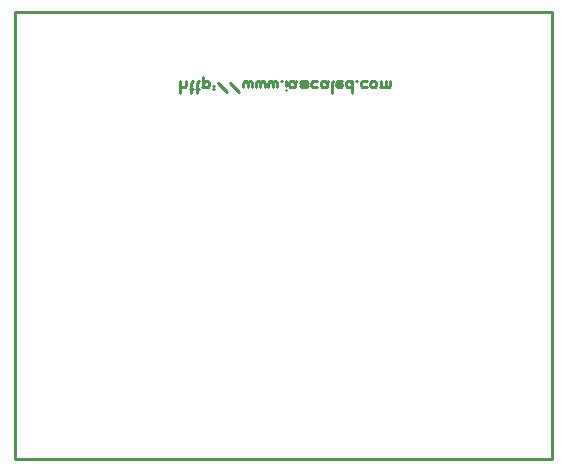
<source format=gbr>
G04 start of page 10 for group -4078 idx -4078 *
G04 Title: (unknown), bottomsilk *
G04 Creator: pcb 20140316 *
G04 CreationDate: Thu 21 Jan 2016 04:01:36 PM GMT UTC *
G04 For: ndholmes *
G04 Format: Gerber/RS-274X *
G04 PCB-Dimensions (mil): 1800.00 1500.00 *
G04 PCB-Coordinate-Origin: lower left *
%MOIN*%
%FSLAX25Y25*%
%LNBOTTOMSILK*%
%ADD89C,0.0100*%
G54D89*X500Y500D02*X179500D01*
Y149500D01*
X500D01*
Y500D01*
X55500Y122500D02*Y126500D01*
Y125000D02*X56000Y124500D01*
X57000D01*
X57500Y125000D01*
Y126500D01*
X59200Y122500D02*Y126000D01*
X59700Y126500D01*
X58700Y124000D02*X59700D01*
X61200Y122500D02*Y126000D01*
X61700Y126500D01*
X60700Y124000D02*X61700D01*
X63200Y125000D02*Y128000D01*
X62700Y124500D02*X63200Y125000D01*
X63700Y124500D01*
X64700D01*
X65200Y125000D01*
Y126000D01*
X64700Y126500D02*X65200Y126000D01*
X63700Y126500D02*X64700D01*
X63200Y126000D02*X63700Y126500D01*
X66400Y124000D02*X66900D01*
X66400Y125000D02*X66900D01*
X68100Y126000D02*X71100Y123000D01*
X72300Y126000D02*X75300Y123000D01*
X76500Y124500D02*Y126000D01*
X77000Y126500D01*
X77500D01*
X78000Y126000D01*
Y124500D02*Y126000D01*
X78500Y126500D01*
X79000D01*
X79500Y126000D01*
Y124500D02*Y126000D01*
X80700Y124500D02*Y126000D01*
X81200Y126500D01*
X81700D01*
X82200Y126000D01*
Y124500D02*Y126000D01*
X82700Y126500D01*
X83200D01*
X83700Y126000D01*
Y124500D02*Y126000D01*
X84900Y124500D02*Y126000D01*
X85400Y126500D01*
X85900D01*
X86400Y126000D01*
Y124500D02*Y126000D01*
X86900Y126500D01*
X87400D01*
X87900Y126000D01*
Y124500D02*Y126000D01*
X89100Y126500D02*X89600D01*
X90800Y123500D02*Y123600D01*
Y125000D02*Y126500D01*
X93300Y124500D02*X93800Y125000D01*
X92300Y124500D02*X93300D01*
X91800Y125000D02*X92300Y124500D01*
X91800Y125000D02*Y126000D01*
X92300Y126500D01*
X93800Y124500D02*Y126000D01*
X94300Y126500D01*
X92300D02*X93300D01*
X93800Y126000D01*
X96000Y126500D02*X97500D01*
X98000Y126000D01*
X97500Y125500D02*X98000Y126000D01*
X96000Y125500D02*X97500D01*
X95500Y125000D02*X96000Y125500D01*
X95500Y125000D02*X96000Y124500D01*
X97500D01*
X98000Y125000D01*
X95500Y126000D02*X96000Y126500D01*
X99700Y124500D02*X101200D01*
X99200Y125000D02*X99700Y124500D01*
X99200Y125000D02*Y126000D01*
X99700Y126500D01*
X101200D01*
X103900Y124500D02*X104400Y125000D01*
X102900Y124500D02*X103900D01*
X102400Y125000D02*X102900Y124500D01*
X102400Y125000D02*Y126000D01*
X102900Y126500D01*
X104400Y124500D02*Y126000D01*
X104900Y126500D01*
X102900D02*X103900D01*
X104400Y126000D01*
X106100Y122500D02*Y126000D01*
X106600Y126500D01*
X108100D02*X109600D01*
X107600Y126000D02*X108100Y126500D01*
X107600Y125000D02*Y126000D01*
Y125000D02*X108100Y124500D01*
X109100D01*
X109600Y125000D01*
X107600Y125500D02*X109600D01*
Y125000D02*Y125500D01*
X112800Y122500D02*Y126500D01*
X112300D02*X112800Y126000D01*
X111300Y126500D02*X112300D01*
X110800Y126000D02*X111300Y126500D01*
X110800Y125000D02*Y126000D01*
Y125000D02*X111300Y124500D01*
X112300D01*
X112800Y125000D01*
X114000Y126500D02*X114500D01*
X116200Y124500D02*X117700D01*
X115700Y125000D02*X116200Y124500D01*
X115700Y125000D02*Y126000D01*
X116200Y126500D01*
X117700D01*
X118900Y125000D02*Y126000D01*
Y125000D02*X119400Y124500D01*
X120400D01*
X120900Y125000D01*
Y126000D01*
X120400Y126500D02*X120900Y126000D01*
X119400Y126500D02*X120400D01*
X118900Y126000D02*X119400Y126500D01*
X122600Y125000D02*Y126500D01*
Y125000D02*X123100Y124500D01*
X123600D01*
X124100Y125000D01*
Y126500D01*
Y125000D02*X124600Y124500D01*
X125100D01*
X125600Y125000D01*
Y126500D01*
X122100Y124500D02*X122600Y125000D01*
M02*

</source>
